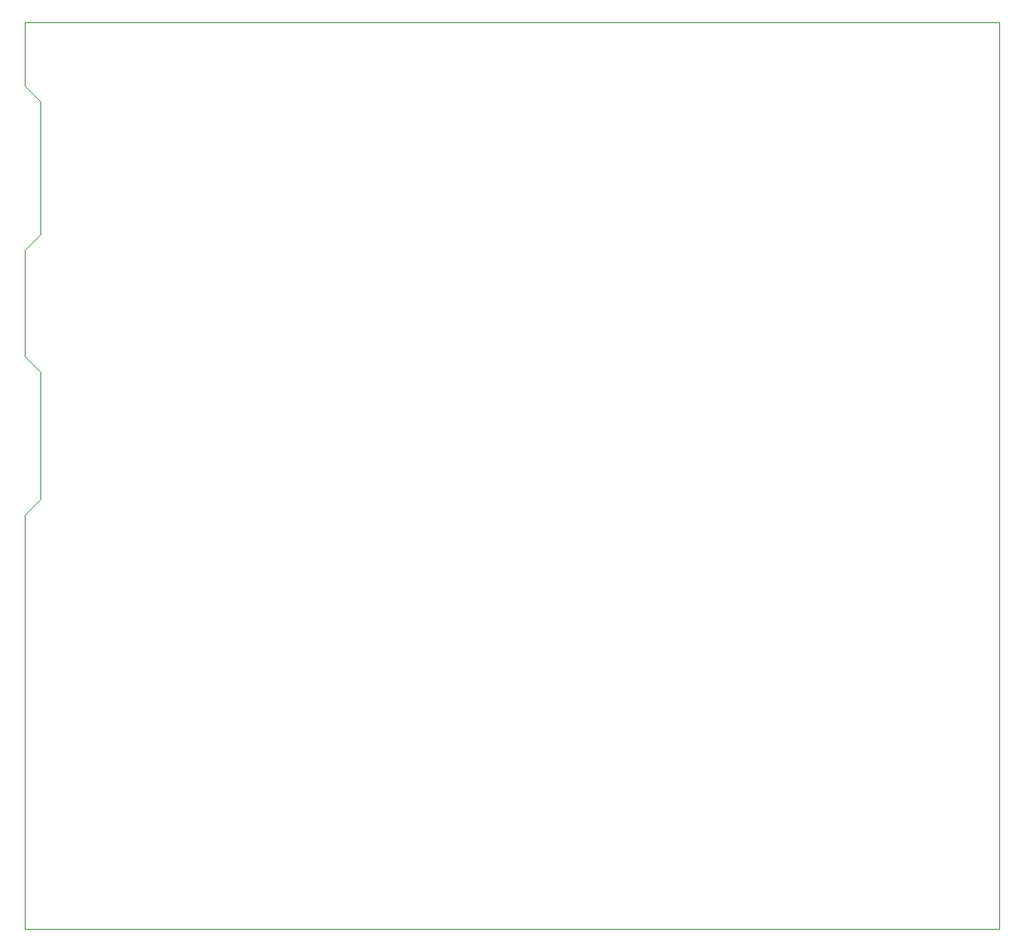
<source format=gm1>
G04 #@! TF.FileFunction,Profile,NP*
%FSLAX46Y46*%
G04 Gerber Fmt 4.6, Leading zero omitted, Abs format (unit mm)*
G04 Created by KiCad (PCBNEW 4.0.3+e1-6302~38~ubuntu14.04.1-stable) date Sat Aug 26 04:58:37 2017*
%MOMM*%
%LPD*%
G01*
G04 APERTURE LIST*
%ADD10C,0.100000*%
G04 APERTURE END LIST*
D10*
X30000000Y-26490000D02*
X30000000Y-26440000D01*
X31580000Y-28070000D02*
X30000000Y-26490000D01*
X30000000Y-43290000D02*
X30000000Y-43330000D01*
X31580000Y-41710000D02*
X30000000Y-43290000D01*
X31580000Y-41710000D02*
X31580000Y-28070000D01*
X30000000Y-70510000D02*
X30000000Y-113000000D01*
X31580000Y-68930000D02*
X30000000Y-70510000D01*
X31580000Y-55850000D02*
X31580000Y-68930000D01*
X30000000Y-54270000D02*
X31580000Y-55850000D01*
X30000000Y-43330000D02*
X30000000Y-54270000D01*
X30000000Y-20000000D02*
X30000000Y-26450000D01*
X130000000Y-20000000D02*
X30000000Y-20000000D01*
X130000000Y-113000000D02*
X130000000Y-20000000D01*
X30000000Y-113000000D02*
X130000000Y-113000000D01*
M02*

</source>
